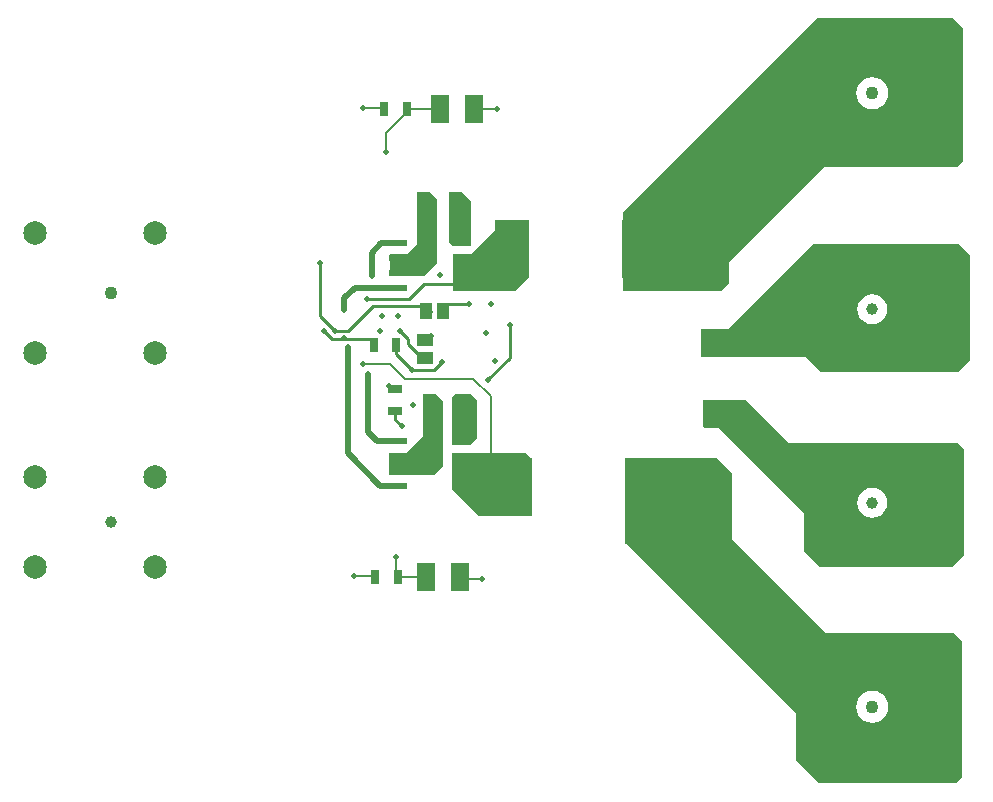
<source format=gtl>
G04*
G04 #@! TF.GenerationSoftware,Altium Limited,Altium Designer,19.0.15 (446)*
G04*
G04 Layer_Physical_Order=1*
G04 Layer_Color=255*
%FSLAX25Y25*%
%MOIN*%
G70*
G01*
G75*
%ADD12C,0.01000*%
%ADD13R,0.05906X0.02362*%
%ADD14R,0.11221X0.19488*%
%ADD15R,0.09646X0.09252*%
%ADD16R,0.02756X0.05118*%
%ADD17R,0.05118X0.02756*%
%ADD18R,0.04331X0.05512*%
%ADD19R,0.06299X0.09449*%
%ADD20R,0.04331X0.10236*%
%ADD21R,0.05512X0.04331*%
%ADD34C,0.02000*%
%ADD35C,0.00800*%
%ADD36C,0.04331*%
%ADD37C,0.07854*%
%ADD38C,0.03937*%
%ADD39C,0.01968*%
G36*
X177700Y151500D02*
Y139000D01*
X175500Y136800D01*
X169500D01*
Y152800D01*
X170300Y153600D01*
X175600D01*
X177700Y151500D01*
D02*
G37*
G36*
X166500Y151100D02*
Y129700D01*
X163600Y126800D01*
X148300D01*
Y134200D01*
X154200D01*
X159700Y139700D01*
Y153600D01*
X164000D01*
X166500Y151100D01*
D02*
G37*
G36*
X195800Y132500D02*
Y113100D01*
X178200D01*
X169500Y121800D01*
Y134000D01*
X169700Y134200D01*
X194100D01*
X195800Y132500D01*
D02*
G37*
G36*
X281600Y137400D02*
X338100D01*
X340100Y135400D01*
Y100200D01*
X335900Y96000D01*
X291900D01*
X286700Y101200D01*
Y114000D01*
X258100Y142600D01*
X253100D01*
Y151800D01*
X267200D01*
X281600Y137400D01*
D02*
G37*
G36*
X262800Y127400D02*
Y105400D01*
X294000Y74200D01*
X336800D01*
X339500Y71500D01*
Y26000D01*
X337600Y24100D01*
X291600D01*
X284000Y31700D01*
Y47300D01*
X227100Y104200D01*
Y132500D01*
X257700D01*
X262800Y127400D01*
D02*
G37*
G36*
X175700Y218200D02*
Y202900D01*
X169800D01*
X168300Y204400D01*
Y221200D01*
X172700D01*
X175700Y218200D01*
D02*
G37*
G36*
X164400Y218800D02*
Y197200D01*
X160100Y192900D01*
X148600D01*
Y200300D01*
X154400D01*
X157700Y203600D01*
Y221200D01*
X162000D01*
X164400Y218800D01*
D02*
G37*
G36*
X194800Y192400D02*
X190300Y187900D01*
X169800D01*
Y200300D01*
X175700D01*
X183600Y208200D01*
Y211800D01*
X194800D01*
Y192400D01*
D02*
G37*
G36*
X339600Y275800D02*
Y231400D01*
X337700Y229500D01*
X293700D01*
X261800Y197600D01*
Y190600D01*
X259100Y187900D01*
X226200D01*
Y214100D01*
X291000Y278900D01*
X336500D01*
X339600Y275800D01*
D02*
G37*
G36*
X342000Y199900D02*
Y165100D01*
X338100Y161200D01*
X292400D01*
X287400Y166200D01*
X252200D01*
Y175400D01*
X261200D01*
X289600Y203800D01*
X338100D01*
X342000Y199900D01*
D02*
G37*
%LPC*%
G36*
X309461Y122480D02*
X308172Y122310D01*
X306971Y121812D01*
X305940Y121021D01*
X305148Y119990D01*
X304651Y118789D01*
X304481Y117500D01*
X304651Y116211D01*
X305148Y115010D01*
X305940Y113979D01*
X306971Y113188D01*
X308172Y112690D01*
X309461Y112520D01*
X310749Y112690D01*
X311950Y113188D01*
X312982Y113979D01*
X313773Y115010D01*
X314271Y116211D01*
X314440Y117500D01*
X314271Y118789D01*
X313773Y119990D01*
X312982Y121021D01*
X311950Y121812D01*
X310749Y122310D01*
X309461Y122480D01*
D02*
G37*
G36*
Y54877D02*
X308069Y54694D01*
X306772Y54156D01*
X305659Y53302D01*
X304804Y52188D01*
X304267Y50892D01*
X304084Y49500D01*
X304267Y48108D01*
X304804Y46812D01*
X305659Y45698D01*
X306772Y44844D01*
X308069Y44306D01*
X309461Y44123D01*
X310852Y44306D01*
X312149Y44844D01*
X313263Y45698D01*
X314117Y46812D01*
X314654Y48108D01*
X314837Y49500D01*
X314654Y50892D01*
X314117Y52188D01*
X313263Y53302D01*
X312149Y54156D01*
X310852Y54694D01*
X309461Y54877D01*
D02*
G37*
G36*
Y259377D02*
X308069Y259193D01*
X306772Y258656D01*
X305659Y257802D01*
X304804Y256688D01*
X304267Y255392D01*
X304084Y254000D01*
X304267Y252608D01*
X304804Y251312D01*
X305659Y250198D01*
X306772Y249344D01*
X308069Y248807D01*
X309461Y248623D01*
X310852Y248807D01*
X312149Y249344D01*
X313263Y250198D01*
X314117Y251312D01*
X314654Y252608D01*
X314837Y254000D01*
X314654Y255392D01*
X314117Y256688D01*
X313263Y257802D01*
X312149Y258656D01*
X310852Y259193D01*
X309461Y259377D01*
D02*
G37*
G36*
Y186980D02*
X308172Y186810D01*
X306971Y186312D01*
X305940Y185521D01*
X305148Y184490D01*
X304651Y183289D01*
X304481Y182000D01*
X304651Y180711D01*
X305148Y179510D01*
X305940Y178479D01*
X306971Y177688D01*
X308172Y177190D01*
X309461Y177020D01*
X310749Y177190D01*
X311950Y177688D01*
X312982Y178479D01*
X313773Y179510D01*
X314271Y180711D01*
X314440Y182000D01*
X314271Y183289D01*
X313773Y184490D01*
X312982Y185521D01*
X311950Y186312D01*
X310749Y186810D01*
X309461Y186980D01*
D02*
G37*
%LPD*%
D12*
X167153Y183700D02*
X175100D01*
X166453Y183000D02*
X167153Y183700D01*
X154825Y170274D02*
Y171932D01*
X152057Y174700D02*
X154825Y171932D01*
X142900Y183000D02*
X160547D01*
X134613Y174713D02*
X142900Y183000D01*
X130500Y174713D02*
X134613D01*
X141000Y185500D02*
X155000D01*
X155050Y185550D01*
X155150D01*
X159900Y190300D01*
X188600Y165840D02*
Y176800D01*
X181460Y158700D02*
X188600Y165840D01*
X159900Y190300D02*
X170100D01*
X133399Y172059D02*
X142482D01*
X133230Y172228D02*
X133399Y172059D01*
X142482Y172016D02*
Y172059D01*
X150840Y167060D02*
X156100Y161800D01*
X150840Y167060D02*
Y170000D01*
X143360D02*
Y171138D01*
X142482Y172016D02*
X143360Y171138D01*
X133045Y172043D02*
X133230Y172228D01*
X129404Y172043D02*
X133045D01*
X126800Y174647D02*
X129404Y172043D01*
X125464Y179748D02*
X130500Y174713D01*
X125464Y179748D02*
Y197353D01*
X150400Y145100D02*
X152600Y142900D01*
X150400Y145100D02*
Y148060D01*
X163300Y161800D02*
X165900Y164400D01*
X156100Y161800D02*
X163300D01*
X158504Y167000D02*
X159709Y165795D01*
X158099Y167000D02*
X158504D01*
X154825Y170274D02*
X158099Y167000D01*
X159709Y165795D02*
X160300D01*
X160700Y165394D01*
D13*
X172500Y138000D02*
D03*
Y133000D02*
D03*
Y128000D02*
D03*
Y123000D02*
D03*
X151240D02*
D03*
Y128000D02*
D03*
Y133000D02*
D03*
Y138000D02*
D03*
X172730Y204100D02*
D03*
Y199100D02*
D03*
Y194100D02*
D03*
Y189100D02*
D03*
X151470D02*
D03*
Y194100D02*
D03*
Y199100D02*
D03*
Y204100D02*
D03*
D14*
X232760Y122795D02*
D03*
X190240D02*
D03*
X189240Y202100D02*
D03*
X231760D02*
D03*
D15*
X258000Y147205D02*
D03*
Y122795D02*
D03*
X257000Y170795D02*
D03*
Y195205D02*
D03*
D16*
X150840Y170000D02*
D03*
X143360D02*
D03*
X151240Y92600D02*
D03*
X143760D02*
D03*
X154240Y248800D02*
D03*
X146760D02*
D03*
D17*
X150400Y148060D02*
D03*
Y155540D02*
D03*
D18*
X166453Y181500D02*
D03*
X160547D02*
D03*
D19*
X172000Y92600D02*
D03*
X160780D02*
D03*
X165390Y248800D02*
D03*
X176610D02*
D03*
D20*
X161870Y148500D02*
D03*
X172500D02*
D03*
X159870Y216100D02*
D03*
X170500D02*
D03*
D21*
X160300Y165795D02*
D03*
Y171700D02*
D03*
D34*
X137000Y189100D02*
X151470D01*
X133500Y185600D02*
X137000Y189100D01*
X133500Y181700D02*
Y185600D01*
X134702Y133990D02*
X145511Y123181D01*
X151059D01*
X151240Y123000D01*
X134702Y133990D02*
Y169502D01*
X151319Y203919D02*
X151500Y204100D01*
X144400Y138000D02*
X151240D01*
X141400Y141000D02*
X144400Y138000D01*
X141400Y141000D02*
Y160300D01*
X142700Y193100D02*
Y200878D01*
X145741Y203919D01*
X151319D01*
D35*
X148800Y163600D02*
X153600Y158800D01*
X139800Y163600D02*
X148800D01*
X153600Y158800D02*
X176500D01*
X182300Y153000D01*
X147416Y234300D02*
Y240794D01*
X154240Y247619D01*
Y248800D01*
X182300Y132600D02*
Y153000D01*
X150600Y93240D02*
X151240Y92600D01*
X150600Y93240D02*
Y99500D01*
X172500Y92100D02*
X179300D01*
X172000Y92600D02*
X172500Y92100D01*
X136700Y93100D02*
X143260D01*
X143760Y92600D01*
X176710Y248700D02*
X184400D01*
X176610Y248800D02*
X176710Y248700D01*
X146660Y248900D02*
X146760Y248800D01*
X139800Y248900D02*
X146660D01*
X154240Y248800D02*
X165390D01*
X151240Y92600D02*
X160780D01*
D36*
X55539Y187500D02*
D03*
X309461Y254000D02*
D03*
Y49500D02*
D03*
D37*
X30500Y167500D02*
D03*
Y207500D02*
D03*
X70500D02*
D03*
Y167500D02*
D03*
X30500Y96000D02*
D03*
Y126000D02*
D03*
X70500D02*
D03*
Y96000D02*
D03*
X334500Y274000D02*
D03*
Y234000D02*
D03*
X294500D02*
D03*
Y274000D02*
D03*
X334500Y197000D02*
D03*
Y167000D02*
D03*
X294500D02*
D03*
Y197000D02*
D03*
X334500Y132500D02*
D03*
Y102500D02*
D03*
X294500D02*
D03*
Y132500D02*
D03*
X334500Y69500D02*
D03*
Y29500D02*
D03*
X294500D02*
D03*
Y69500D02*
D03*
D38*
X55539Y111000D02*
D03*
X309461Y182000D02*
D03*
Y117500D02*
D03*
D39*
X162000Y181000D02*
D03*
X175100Y183700D02*
D03*
X152057Y174700D02*
D03*
X145500Y174647D02*
D03*
X162500Y172900D02*
D03*
X142700Y193100D02*
D03*
X148500Y156400D02*
D03*
X133500Y181700D02*
D03*
X151500Y179600D02*
D03*
X156100Y161800D02*
D03*
X141000Y185500D02*
D03*
X134702Y169502D02*
D03*
X141400Y160300D02*
D03*
X133230Y172228D02*
D03*
X130500Y174713D02*
D03*
X146000Y179600D02*
D03*
X139800Y163600D02*
D03*
X188600Y176800D02*
D03*
X173300Y208800D02*
D03*
X170047Y209100D02*
D03*
X126800Y174647D02*
D03*
X156280Y149900D02*
D03*
X152600Y142900D02*
D03*
X158200Y133700D02*
D03*
X160700Y135900D02*
D03*
X161591Y130500D02*
D03*
X165900Y164400D02*
D03*
X182500Y183800D02*
D03*
X165500Y193300D02*
D03*
X183800Y164700D02*
D03*
X180800Y174100D02*
D03*
X125464Y197353D02*
D03*
X181460Y158400D02*
D03*
X147416Y234300D02*
D03*
X150600Y99500D02*
D03*
X176500Y148500D02*
D03*
X172100Y140600D02*
D03*
X163700Y133000D02*
D03*
X175700Y140900D02*
D03*
X176300Y144700D02*
D03*
X174100Y212500D02*
D03*
X174200Y216500D02*
D03*
X179300Y92100D02*
D03*
X136700Y93100D02*
D03*
X158100Y129800D02*
D03*
X162500Y211600D02*
D03*
X162900Y216500D02*
D03*
X162600Y203500D02*
D03*
X159500D02*
D03*
X184400Y248700D02*
D03*
X139800Y248900D02*
D03*
X256700Y113500D02*
D03*
X256000Y202900D02*
D03*
M02*

</source>
